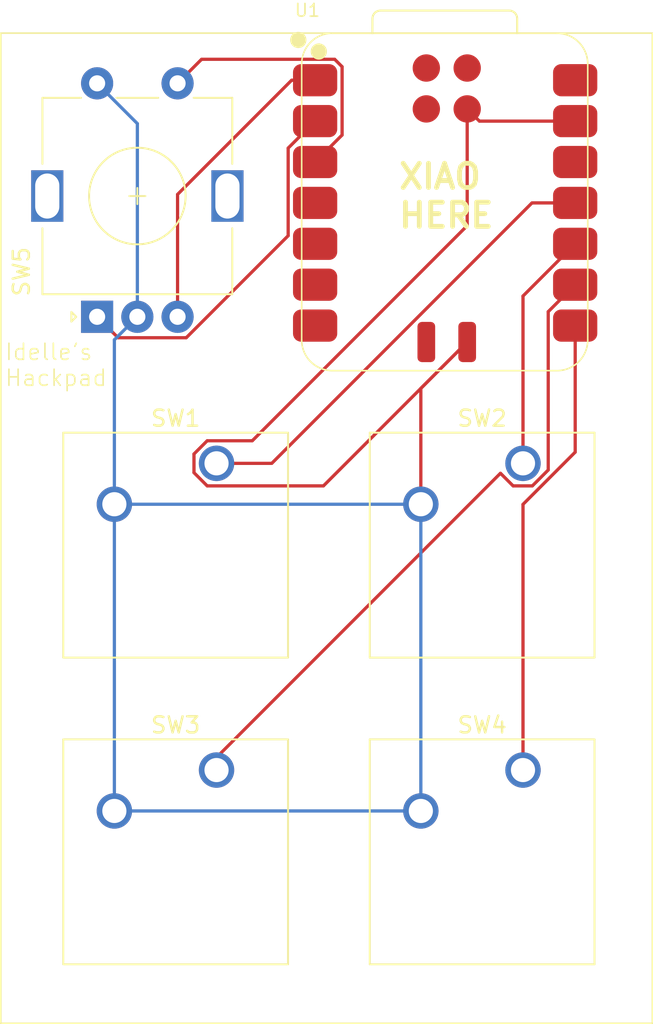
<source format=kicad_pcb>
(kicad_pcb (version 20241229) (generator "pcbnew") (generator_version "9.0")
  (layers (0 "F.Cu" signal) (2 "B.Cu" signal) (13 "F.Paste" user) (15 "B.Paste" user) (5 "F.SilkS" user "F.Silkscreen") (7 "B.SilkS" user "B.Silkscreen") (1 "F.Mask" user) (3 "B.Mask" user) (25 "Edge.Cuts" user))
  (net 0 "")
  (net 1 "/SW1")
  (net 2 "GND")
  (net 3 "/SW2")
  (net 4 "/SW3")
  (net 5 "/SW4")
  (net 6 "/A")
  (net 7 "/S1")
  (net 8 "/B")
  (footprint "Button_Switch_Keyboard:SW_Cherry_MX_1.00u_PCB" (layer "F.Cu") (at 152.55875 109.22)
    (property "Reference" "SW2" (at -2.54 -2.794 0) (layer "F.SilkS"))
    (property "Value" "SW_Push")
    (fp_line (start -9.525 -1.905) (end 4.445 -1.905) (stroke (width 0.12)) (layer "F.SilkS"))
    (fp_line (start -9.525 12.065) (end -9.525 -1.905) (stroke (width 0.12)) (layer "F.SilkS"))
    (fp_line (start 4.445 -1.905) (end 4.445 12.065) (stroke (width 0.12)) (layer "F.SilkS"))
    (fp_line (start 4.445 12.065) (end -9.525 12.065) (stroke (width 0.12)) (layer "F.SilkS"))
    (pad "" np_thru_hole circle (at -7.62 5.08) (size 1.7 1.7) (drill 1.7) (layers "*.Cu" "*.Mask"))
    (pad "" np_thru_hole circle (at -2.54 5.08) (size 4 4) (drill 4) (layers "*.Cu" "*.Mask"))
    (pad "" np_thru_hole circle (at 2.54 5.08) (size 1.7 1.7) (drill 1.7) (layers "*.Cu" "*.Mask"))
    (pad "1" thru_hole circle (at 0 0) (size 2.2 2.2) (drill 1.5) (layers "*.Cu" "*.Mask") (net 3 "/SW2"))
    (pad "2" thru_hole circle (at -6.35 2.54) (size 2.2 2.2) (drill 1.5) (layers "*.Cu" "*.Mask") (net 2 "GND"))
  )
  (footprint "Button_Switch_Keyboard:SW_Cherry_MX_1.00u_PCB" (layer "F.Cu") (at 133.50875 128.27)
    (property "Reference" "SW3" (at -2.54 -2.794 0) (layer "F.SilkS"))
    (property "Value" "SW_Push")
    (fp_line (start -9.525 -1.905) (end 4.445 -1.905) (stroke (width 0.12)) (layer "F.SilkS"))
    (fp_line (start -9.525 12.065) (end -9.525 -1.905) (stroke (width 0.12)) (layer "F.SilkS"))
    (fp_line (start 4.445 -1.905) (end 4.445 12.065) (stroke (width 0.12)) (layer "F.SilkS"))
    (fp_line (start 4.445 12.065) (end -9.525 12.065) (stroke (width 0.12)) (layer "F.SilkS"))
    (pad "" np_thru_hole circle (at -7.62 5.08) (size 1.7 1.7) (drill 1.7) (layers "*.Cu" "*.Mask"))
    (pad "" np_thru_hole circle (at -2.54 5.08) (size 4 4) (drill 4) (layers "*.Cu" "*.Mask"))
    (pad "" np_thru_hole circle (at 2.54 5.08) (size 1.7 1.7) (drill 1.7) (layers "*.Cu" "*.Mask"))
    (pad "1" thru_hole circle (at 0 0) (size 2.2 2.2) (drill 1.5) (layers "*.Cu" "*.Mask") (net 4 "/SW3"))
    (pad "2" thru_hole circle (at -6.35 2.54) (size 2.2 2.2) (drill 1.5) (layers "*.Cu" "*.Mask") (net 2 "GND"))
  )
  (footprint "Button_Switch_Keyboard:SW_Cherry_MX_1.00u_PCB" (layer "F.Cu") (at 133.50875 109.22)
    (property "Reference" "SW1" (at -2.54 -2.794 0) (layer "F.SilkS"))
    (property "Value" "SW_Push")
    (fp_line (start -9.525 -1.905) (end 4.445 -1.905) (stroke (width 0.12)) (layer "F.SilkS"))
    (fp_line (start -9.525 12.065) (end -9.525 -1.905) (stroke (width 0.12)) (layer "F.SilkS"))
    (fp_line (start 4.445 -1.905) (end 4.445 12.065) (stroke (width 0.12)) (layer "F.SilkS"))
    (fp_line (start 4.445 12.065) (end -9.525 12.065) (stroke (width 0.12)) (layer "F.SilkS"))
    (pad "" np_thru_hole circle (at -7.62 5.08) (size 1.7 1.7) (drill 1.7) (layers "*.Cu" "*.Mask"))
    (pad "" np_thru_hole circle (at -2.54 5.08) (size 4 4) (drill 4) (layers "*.Cu" "*.Mask"))
    (pad "" np_thru_hole circle (at 2.54 5.08) (size 1.7 1.7) (drill 1.7) (layers "*.Cu" "*.Mask"))
    (pad "1" thru_hole circle (at 0 0) (size 2.2 2.2) (drill 1.5) (layers "*.Cu" "*.Mask") (net 1 "/SW1"))
    (pad "2" thru_hole circle (at -6.35 2.54) (size 2.2 2.2) (drill 1.5) (layers "*.Cu" "*.Mask") (net 2 "GND"))
  )
  (footprint "Button_Switch_Keyboard:SW_Cherry_MX_1.00u_PCB" (layer "F.Cu") (at 152.55875 128.27)
    (property "Reference" "SW4" (at -2.54 -2.794 0) (layer "F.SilkS"))
    (property "Value" "SW_Push")
    (fp_line (start -9.525 -1.905) (end 4.445 -1.905) (stroke (width 0.12)) (layer "F.SilkS"))
    (fp_line (start -9.525 12.065) (end -9.525 -1.905) (stroke (width 0.12)) (layer "F.SilkS"))
    (fp_line (start 4.445 -1.905) (end 4.445 12.065) (stroke (width 0.12)) (layer "F.SilkS"))
    (fp_line (start 4.445 12.065) (end -9.525 12.065) (stroke (width 0.12)) (layer "F.SilkS"))
    (pad "" np_thru_hole circle (at -7.62 5.08) (size 1.7 1.7) (drill 1.7) (layers "*.Cu" "*.Mask"))
    (pad "" np_thru_hole circle (at -2.54 5.08) (size 4 4) (drill 4) (layers "*.Cu" "*.Mask"))
    (pad "" np_thru_hole circle (at 2.54 5.08) (size 1.7 1.7) (drill 1.7) (layers "*.Cu" "*.Mask"))
    (pad "1" thru_hole circle (at 0 0) (size 2.2 2.2) (drill 1.5) (layers "*.Cu" "*.Mask") (net 5 "/SW4"))
    (pad "2" thru_hole circle (at -6.35 2.54) (size 2.2 2.2) (drill 1.5) (layers "*.Cu" "*.Mask") (net 2 "GND"))
  )
  (footprint "XIAO?:XIAO-RP2040-SMD (1)" (layer "F.Cu") (at 147.6375 93.0455)
    (property "Reference" "U1" (at -9.335 -11.5 0) (layer "F.SilkS") (effects (font (size 0.78232 0.78232) (thickness 0.10668)) (justify left bottom)))
    (property "Value" "XIAO-RP2040-SMD")
    (fp_line (start -8.835 8.513) (end -8.835 -8.632) (stroke (width 0.1)) (layer "F.SilkS"))
    (fp_line (start -6.93 10.418) (end 7.04 10.418) (stroke (width 0.1)) (layer "F.SilkS"))
    (fp_line (start -4.44 -10.537) (end -4.436272 -11.447272) (stroke (width 0.127)) (layer "F.SilkS"))
    (fp_line (start -3.936272 -11.947) (end 4.059 -11.947) (stroke (width 0.127)) (layer "F.SilkS"))
    (fp_line (start 4.559 -11.447) (end 4.559 -10.537) (stroke (width 0.127)) (layer "F.SilkS"))
    (fp_line (start 7.04 -10.537) (end -6.93 -10.537) (stroke (width 0.1)) (layer "F.SilkS"))
    (fp_line (start 8.945 8.513) (end 8.945 -8.632) (stroke (width 0.1)) (layer "F.SilkS"))
    (fp_arc (start -8.835 -8.636) (mid -8.277038 -9.983038) (end -6.93 -10.541) (stroke (width 0.1)) (layer "F.SilkS"))
    (fp_arc (start -6.93 10.418) (mid -8.277038 9.860038) (end -8.835 8.513) (stroke (width 0.1)) (layer "F.SilkS"))
    (fp_arc (start -4.436272 -11.447272) (mid -4.289724 -11.800644) (end -3.936272 -11.947) (stroke (width 0.127)) (layer "F.SilkS"))
    (fp_arc (start 4.059 -11.947) (mid 4.412553 -11.800553) (end 4.559 -11.447) (stroke (width 0.127)) (layer "F.SilkS"))
    (fp_arc (start 7.04 -10.537) (mid 8.387038 -9.979038) (end 8.945 -8.632) (stroke (width 0.1)) (layer "F.SilkS"))
    (fp_arc (start 8.945 8.513) (mid 8.387038 9.860038) (end 7.04 10.418) (stroke (width 0.1)) (layer "F.SilkS"))
    (fp_circle (center -9.045 -10.121) (end -9.045 -10.375) (stroke (width 0.5)) (fill yes) (layer "F.SilkS"))
    (fp_circle (center -7.771 -9.404) (end -7.771 -9.658) (stroke (width 0.5)) (fill yes) (layer "F.SilkS"))
    (pad "1" smd roundrect (at -8 -7.62) (size 2.75 2) (layers "F.Cu" "F.Mask" "F.Paste") (net 8 "/B"))
    (pad "2" smd roundrect (at -8 -5.08) (size 2.75 2) (layers "F.Cu" "F.Mask" "F.Paste") (net 6 "/A"))
    (pad "3" smd roundrect (at -8 -2.54) (size 2.75 2) (layers "F.Cu" "F.Mask" "F.Paste") (net 7 "/S1"))
    (pad "4" smd roundrect (at -8 0) (size 2.75 2) (layers "F.Cu" "F.Mask" "F.Paste"))
    (pad "5" smd roundrect (at -8 2.54) (size 2.75 2) (layers "F.Cu" "F.Mask" "F.Paste"))
    (pad "6" smd roundrect (at -8 5.08) (size 2.75 2) (layers "F.Cu" "F.Mask" "F.Paste"))
    (pad "7" smd roundrect (at -8 7.62) (size 2.75 2) (layers "F.Cu" "F.Mask" "F.Paste"))
    (pad "8" smd roundrect (at 8.165 7.62) (size 2.75 2) (layers "F.Cu" "F.Mask" "F.Paste") (net 5 "/SW4"))
    (pad "9" smd roundrect (at 8.165 5.08) (size 2.75 2) (layers "F.Cu" "F.Mask" "F.Paste") (net 4 "/SW3"))
    (pad "10" smd roundrect (at 8.165 2.54) (size 2.75 2) (layers "F.Cu" "F.Mask" "F.Paste") (net 3 "/SW2"))
    (pad "11" smd roundrect (at 8.165 0) (size 2.75 2) (layers "F.Cu" "F.Mask" "F.Paste") (net 1 "/SW1"))
    (pad "12" smd roundrect (at 8.165 -2.54) (size 2.75 2) (layers "F.Cu" "F.Mask" "F.Paste"))
    (pad "13" smd roundrect (at 8.165 -5.08) (size 2.75 2) (layers "F.Cu" "F.Mask" "F.Paste") (net 2 "GND"))
    (pad "14" smd roundrect (at 8.165 -7.62) (size 2.75 2) (layers "F.Cu" "F.Mask" "F.Paste"))
    (pad "15" smd roundrect (at -1.088 8.64 270) (size 2.5 1.1) (layers "F.Cu" "F.Mask" "F.Paste"))
    (pad "16" smd roundrect (at 1.452 8.64 270) (size 2.5 1.1) (layers "F.Cu" "F.Mask" "F.Paste") (net 2 "GND"))
    (pad "17" smd circle (at -1.088 -8.378) (size 1.7 1.7) (layers "F.Cu" "F.Mask" "F.Paste"))
    (pad "18" smd circle (at 1.452 -8.378) (size 1.7 1.7) (layers "F.Cu" "F.Mask" "F.Paste"))
    (pad "19" smd circle (at -1.088 -5.838) (size 1.7 1.7) (layers "F.Cu" "F.Mask" "F.Paste"))
    (pad "20" smd circle (at 1.452 -5.838) (size 1.7 1.7) (layers "F.Cu" "F.Mask" "F.Paste") (net 2 "GND"))
  )
  (footprint "Rotary_Encoder:RotaryEncoder_Alps_EC11E-Switch_Vertical_H20mm" (layer "F.Cu") (at 126.0875 100.11875 90)
    (property "Reference" "SW5" (at 2.8 -4.7 90) (layer "F.SilkS"))
    (property "Value" "RotaryEncoder_Switch")
    (fp_line (start 13.6 -3.4) (end 13.6 -1) (stroke (width 0.12)) (layer "F.SilkS"))
    (fp_line (start 9.5 -3.4) (end 13.6 -3.4) (stroke (width 0.12)) (layer "F.SilkS"))
    (fp_line (start 5.5 -3.4) (end 1.4 -3.4) (stroke (width 0.12)) (layer "F.SilkS"))
    (fp_line (start 1.4 -3.4) (end 1.4 8.4) (stroke (width 0.12)) (layer "F.SilkS"))
    (fp_line (start 0.3 -1.6) (end 0 -1.3) (stroke (width 0.12)) (layer "F.SilkS"))
    (fp_line (start -0.3 -1.6) (end 0.3 -1.6) (stroke (width 0.12)) (layer "F.SilkS"))
    (fp_line (start 0 -1.3) (end -0.3 -1.6) (stroke (width 0.12)) (layer "F.SilkS"))
    (fp_line (start 13.6 1.2) (end 13.6 3.8) (stroke (width 0.12)) (layer "F.SilkS"))
    (fp_line (start 7.5 2) (end 7.5 3) (stroke (width 0.12)) (layer "F.SilkS"))
    (fp_line (start 7 2.5) (end 8 2.5) (stroke (width 0.12)) (layer "F.SilkS"))
    (fp_line (start 13.6 6) (end 13.6 8.4) (stroke (width 0.12)) (layer "F.SilkS"))
    (fp_line (start 13.6 8.4) (end 9.5 8.4) (stroke (width 0.12)) (layer "F.SilkS"))
    (fp_line (start 5.5 8.4) (end 1.4 8.4) (stroke (width 0.12)) (layer "F.SilkS"))
    (fp_circle (center 7.5 2.5) (end 10.5 2.5) (stroke (width 0.12)) (fill no) (layer "F.SilkS"))
    (pad "A" thru_hole rect (at 0 0 90) (size 2 2) (drill 1) (layers "*.Cu" "*.Mask") (net 6 "/A"))
    (pad "B" thru_hole circle (at 0 5 90) (size 2 2) (drill 1) (layers "*.Cu" "*.Mask") (net 8 "/B"))
    (pad "C" thru_hole circle (at 0 2.5 90) (size 2 2) (drill 1) (layers "*.Cu" "*.Mask") (net 2 "GND"))
    (pad "MP" thru_hole rect (at 7.5 -3.1 90) (size 3.2 2) (drill oval 2.8 1.5) (layers "*.Cu" "*.Mask"))
    (pad "MP" thru_hole rect (at 7.5 8.1 90) (size 3.2 2) (drill oval 2.8 1.5) (layers "*.Cu" "*.Mask"))
    (pad "S1" thru_hole circle (at 14.5 5 90) (size 2 2) (drill 1) (layers "*.Cu" "*.Mask") (net 7 "/S1"))
    (pad "S2" thru_hole circle (at 14.5 0 90) (size 2 2) (drill 1) (layers "*.Cu" "*.Mask") (net 2 "GND"))
  )
  (gr_rect (start 120.1 82.5) (end 160.6 144) (stroke (width 0.1)) (fill no) (layer "F.SilkS"))
  (gr_text "Idelle's \nHackpad" (at 120.3 104.5 0) (layer "F.SilkS") (effects (font (size 1 1) (thickness 0.1)) (justify left bottom)))
  (gr_text "XIAO \nHERE" (at 144.7 94.7 0) (layer "F.SilkS") (effects (font (size 1.5 1.5) (thickness 0.3) (bold yes)) (justify left bottom)))
  (segment (start 136.942794 109.22) (end 153.117294 93.0455) (width 0.2) (layer "F.Cu") (net 1))
  (segment (start 133.50875 109.22) (end 136.942794 109.22) (width 0.2) (layer "F.Cu") (net 1))
  (segment (start 153.117294 93.0455) (end 155.8025 93.0455) (width 0.2) (layer "F.Cu") (net 1))
  (segment (start 149.0895 94.459936) (end 135.730436 107.819) (width 0.2) (layer "F.Cu") (net 2))
  (segment (start 146.20875 104.56625) (end 149.0895 101.6855) (width 0.2) (layer "F.Cu") (net 2))
  (segment (start 149.8475 87.9655) (end 149.0895 87.2075) (width 0.2) (layer "F.Cu") (net 2))
  (segment (start 146.20875 111.76) (end 146.20875 104.56625) (width 0.2) (layer "F.Cu") (net 2))
  (segment (start 140.154 110.621) (end 149.0895 101.6855) (width 0.2) (layer "F.Cu") (net 2))
  (segment (start 132.928436 107.819) (end 132.10775 108.639686) (width 0.2) (layer "F.Cu") (net 2))
  (segment (start 132.928436 110.621) (end 140.154 110.621) (width 0.2) (layer "F.Cu") (net 2))
  (segment (start 135.730436 107.819) (end 132.928436 107.819) (width 0.2) (layer "F.Cu") (net 2))
  (segment (start 132.10775 108.639686) (end 132.10775 109.800314) (width 0.2) (layer "F.Cu") (net 2))
  (segment (start 132.10775 109.800314) (end 132.928436 110.621) (width 0.2) (layer "F.Cu") (net 2))
  (segment (start 149.0895 87.2075) (end 149.0895 94.459936) (width 0.2) (layer "F.Cu") (net 2))
  (segment (start 155.8025 87.9655) (end 149.8475 87.9655) (width 0.2) (layer "F.Cu") (net 2))
  (segment (start 128.5875 88.11875) (end 128.5875 100.11875) (width 0.2) (layer "B.Cu") (net 2))
  (segment (start 127.15875 111.76) (end 127.15875 101.5475) (width 0.2) (layer "B.Cu") (net 2))
  (segment (start 127.15875 111.76) (end 127.15875 130.81) (width 0.2) (layer "B.Cu") (net 2))
  (segment (start 126.0875 85.61875) (end 128.5875 88.11875) (width 0.2) (layer "B.Cu") (net 2))
  (segment (start 127.15875 130.81) (end 146.20875 130.81) (width 0.2) (layer "B.Cu") (net 2))
  (segment (start 146.20875 130.81) (end 146.20875 111.76) (width 0.2) (layer "B.Cu") (net 2))
  (segment (start 146.20875 111.76) (end 127.15875 111.76) (width 0.2) (layer "B.Cu") (net 2))
  (segment (start 127.15875 101.5475) (end 128.5875 100.11875) (width 0.2) (layer "B.Cu") (net 2))
  (segment (start 152.55875 109.22) (end 152.68 109.22) (width 0.2) (layer "F.Cu") (net 3))
  (segment (start 152.68 109.22) (end 152.7 109.2) (width 0.2) (layer "F.Cu") (net 3))
  (segment (start 152.55875 109.22) (end 152.55875 98.82925) (width 0.2) (layer "F.Cu") (net 3))
  (segment (start 152.57875 109.2) (end 152.7 109.2) (width 0.2) (layer "F.Cu") (net 3))
  (segment (start 152.7 109.2) (end 153.1 109.2) (width 0.2) (layer "F.Cu") (net 3))
  (segment (start 152.55875 98.82925) (end 155.8025 95.5855) (width 0.2) (layer "F.Cu") (net 3))
  (segment (start 153.139064 110.621) (end 154.1265 109.633564) (width 0.2) (layer "F.Cu") (net 4))
  (segment (start 154.1265 99.8015) (end 155.8025 98.1255) (width 0.2) (layer "F.Cu") (net 4))
  (segment (start 133.50875 127.485184) (end 151.15775 109.836184) (width 0.2) (layer "F.Cu") (net 4))
  (segment (start 151.15775 109.836184) (end 151.942566 110.621) (width 0.2) (layer "F.Cu") (net 4))
  (segment (start 133.50875 128.27) (end 133.50875 127.485184) (width 0.2) (layer "F.Cu") (net 4))
  (segment (start 154.1265 109.633564) (end 154.1265 99.8015) (width 0.2) (layer "F.Cu") (net 4))
  (segment (start 151.942566 110.621) (end 153.139064 110.621) (width 0.2) (layer "F.Cu") (net 4))
  (segment (start 156.2 100.3) (end 155.8345 100.6655) (width 0.2) (layer "F.Cu") (net 5))
  (segment (start 155.8025 108.524664) (end 155.8025 100.6655) (width 0.2) (layer "F.Cu") (net 5))
  (segment (start 155.8345 100.6655) (end 155.8025 100.6655) (width 0.2) (layer "F.Cu") (net 5))
  (segment (start 156.3 101.163) (end 155.8025 100.6655) (width 0.2) (layer "F.Cu") (net 5))
  (segment (start 152.55875 111.768414) (end 155.8025 108.524664) (width 0.2) (layer "F.Cu") (net 5))
  (segment (start 152.55875 128.27) (end 152.55875 111.768414) (width 0.2) (layer "F.Cu") (net 5))
  (segment (start 155.737 100.6) (end 155.8025 100.6655) (width 0.2) (layer "F.Cu") (net 5))
  (segment (start 155.737 100.6) (end 155.7 100.6) (width 0.2) (layer "F.Cu") (net 5))
  (segment (start 152.55875 128.27) (end 152.55875 129.05875) (width 0.2) (layer "B.Cu") (net 5))
  (segment (start 126.0875 100.11875) (end 127.3885 101.41975) (width 0.2) (layer "F.Cu") (net 6))
  (segment (start 137.9615 95.084642) (end 137.9615 89.6415) (width 0.2) (layer "F.Cu") (net 6))
  (segment (start 137.9615 89.6415) (end 139.6375 87.9655) (width 0.2) (layer "F.Cu") (net 6))
  (segment (start 127.3885 101.41975) (end 131.626392 101.41975) (width 0.2) (layer "F.Cu") (net 6))
  (segment (start 131.626392 101.41975) (end 137.9615 95.084642) (width 0.2) (layer "F.Cu") (net 6))
  (segment (start 140.851558 84.1245) (end 141.3135 84.586442) (width 0.2) (layer "F.Cu") (net 7))
  (segment (start 131.0875 85.61875) (end 132.58175 84.1245) (width 0.2) (layer "F.Cu") (net 7))
  (segment (start 141.3135 88.8295) (end 139.6375 90.5055) (width 0.2) (layer "F.Cu") (net 7))
  (segment (start 141.3135 84.586442) (end 141.3135 88.8295) (width 0.2) (layer "F.Cu") (net 7))
  (segment (start 132.58175 84.1245) (end 140.851558 84.1245) (width 0.2) (layer "F.Cu") (net 7))
  (segment (start 138.17875 85.4255) (end 139.6375 85.4255) (width 0.2) (layer "F.Cu") (net 8))
  (segment (start 131.0875 92.51675) (end 138.17875 85.4255) (width 0.2) (layer "F.Cu") (net 8))
  (segment (start 131.0875 100.11875) (end 131.0875 92.51675) (width 0.2) (layer "F.Cu") (net 8))
)
</source>
